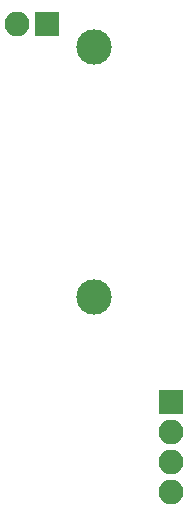
<source format=gbs>
G04 #@! TF.FileFunction,Soldermask,Bot*
%FSLAX46Y46*%
G04 Gerber Fmt 4.6, Leading zero omitted, Abs format (unit mm)*
G04 Created by KiCad (PCBNEW 4.0.7) date Wed Nov 28 02:00:18 2018*
%MOMM*%
%LPD*%
G01*
G04 APERTURE LIST*
%ADD10C,0.100000*%
%ADD11C,3.000000*%
%ADD12R,2.100000X2.100000*%
%ADD13O,2.100000X2.100000*%
G04 APERTURE END LIST*
D10*
D11*
X111000000Y-81450000D03*
X111000000Y-102550000D03*
D12*
X107000000Y-79500000D03*
D13*
X104460000Y-79500000D03*
D12*
X117500000Y-111500000D03*
D13*
X117500000Y-114040000D03*
X117500000Y-116580000D03*
X117500000Y-119120000D03*
M02*

</source>
